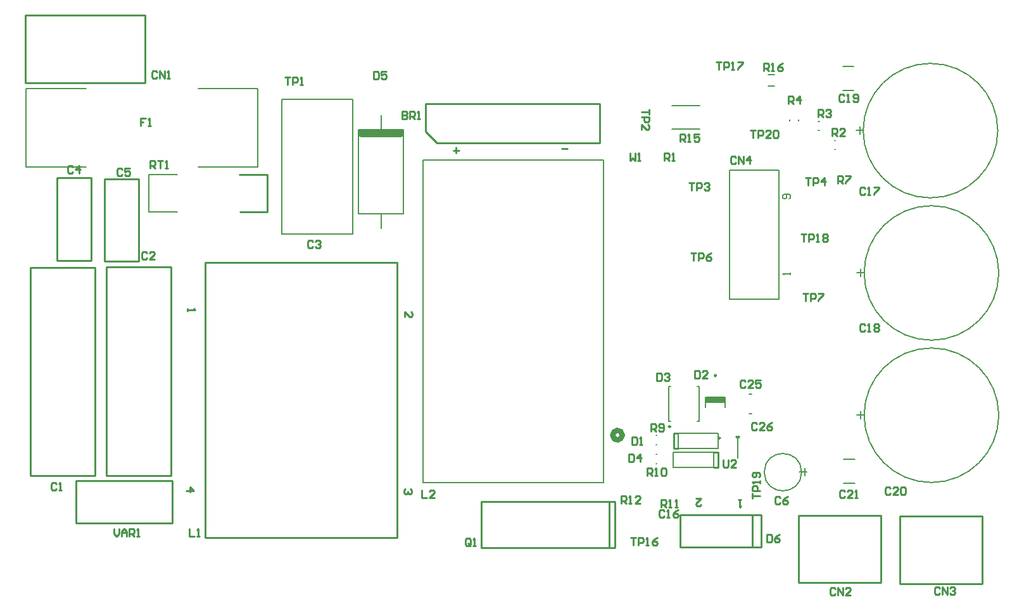
<source format=gto>
G04 Layer_Color=65535*
%FSLAX25Y25*%
%MOIN*%
G70*
G01*
G75*
%ADD82C,0.01000*%
%ADD83C,0.00787*%
%ADD84C,0.02953*%
%ADD85C,0.00984*%
%ADD86C,0.03937*%
%ADD87R,0.10236X0.03062*%
D82*
X488000Y174000D02*
G03*
X488000Y174000I-500J0D01*
G01*
X467000Y116500D02*
Y133500D01*
X509500D01*
X467000Y116500D02*
X506000D01*
X505000D02*
Y133500D01*
Y116500D02*
X509500D01*
Y133500D01*
X199000Y154138D02*
Y264000D01*
X165000Y154138D02*
Y264000D01*
X199000D01*
X165000Y154138D02*
X199000D01*
X484630Y158563D02*
X486937D01*
X487000Y158500D01*
Y166374D01*
X486937Y166437D02*
X487000Y166374D01*
X484630Y166437D02*
X486937D01*
X401375Y350000D02*
X424500D01*
X333000D02*
X358125D01*
X333000Y335500D02*
Y350000D01*
X358125D02*
X401375D01*
X424500Y329500D02*
Y350000D01*
X404500Y326500D02*
X407500D01*
X347500Y325500D02*
X350500D01*
X349000Y324000D02*
Y327000D01*
X333000Y335500D02*
X339000Y329500D01*
X424500D01*
X463563Y176437D02*
X465870D01*
X463500Y176500D02*
X463563Y176437D01*
X463500Y168626D02*
Y176500D01*
Y168626D02*
X463563Y168563D01*
X465870D01*
X125000Y154000D02*
Y263862D01*
X159000Y154000D02*
Y263862D01*
X125000Y154000D02*
X159000D01*
X125000Y263862D02*
X159000D01*
X429600Y116000D02*
Y140100D01*
X432780Y120500D02*
Y140500D01*
X362465Y120500D02*
Y140500D01*
X432780D01*
Y116000D02*
Y121400D01*
X432000Y116000D02*
X432780D01*
X362465D02*
X432000D01*
X362465D02*
Y121400D01*
X149000Y129000D02*
X199500D01*
Y151500D01*
X149000Y129000D02*
Y151500D01*
X199500D01*
X235000Y312842D02*
X249764D01*
X235157Y293158D02*
X249764D01*
Y312842D01*
X217000Y243000D02*
Y266500D01*
Y121500D02*
X318000D01*
X217000D02*
Y153000D01*
X318000Y121500D02*
Y149000D01*
Y239000D02*
Y266500D01*
X217000Y153000D02*
Y243000D01*
X318000Y149000D02*
Y239000D01*
X217000Y266500D02*
X318000D01*
X139000Y311000D02*
X157000D01*
X139000Y267500D02*
Y311000D01*
Y267500D02*
X157000D01*
Y311000D01*
X164000Y310500D02*
X182000D01*
X164000Y267000D02*
Y310500D01*
Y267000D02*
X182000D01*
Y310500D01*
X529189Y133217D02*
X572496D01*
X529189Y97783D02*
X572496D01*
X529189D02*
Y133217D01*
X572496Y97783D02*
Y133217D01*
X582689Y132717D02*
X625996D01*
X582689Y97284D02*
X625996D01*
X582689D02*
Y132717D01*
X625996Y97284D02*
Y132717D01*
X122319Y361283D02*
X185311D01*
X122319Y396716D02*
X185311D01*
Y361283D02*
Y396716D01*
X122319Y361283D02*
Y396716D01*
X507166Y181332D02*
X506499Y181999D01*
X505166D01*
X504500Y181332D01*
Y178666D01*
X505166Y178000D01*
X506499D01*
X507166Y178666D01*
X511165Y178000D02*
X508499D01*
X511165Y180666D01*
Y181332D01*
X510498Y181999D01*
X509165D01*
X508499Y181332D01*
X515163Y181999D02*
X513830Y181332D01*
X512497Y179999D01*
Y178666D01*
X513164Y178000D01*
X514497D01*
X515163Y178666D01*
Y179333D01*
X514497Y179999D01*
X512497D01*
X501166Y203832D02*
X500499Y204499D01*
X499166D01*
X498500Y203832D01*
Y201167D01*
X499166Y200500D01*
X500499D01*
X501166Y201167D01*
X505164Y200500D02*
X502499D01*
X505164Y203166D01*
Y203832D01*
X504498Y204499D01*
X503165D01*
X502499Y203832D01*
X509163Y204499D02*
X506497D01*
Y202499D01*
X507830Y203166D01*
X508497D01*
X509163Y202499D01*
Y201167D01*
X508497Y200500D01*
X507164D01*
X506497Y201167D01*
X436000Y139500D02*
Y143499D01*
X437999D01*
X438666Y142832D01*
Y141499D01*
X437999Y140833D01*
X436000D01*
X437333D02*
X438666Y139500D01*
X439999D02*
X441332D01*
X440665D01*
Y143499D01*
X439999Y142832D01*
X445997Y139500D02*
X443331D01*
X445997Y142166D01*
Y142832D01*
X445330Y143499D01*
X443997D01*
X443331Y142832D01*
X208500Y125999D02*
Y122000D01*
X211166D01*
X212499D02*
X213832D01*
X213165D01*
Y125999D01*
X212499Y125332D01*
X440700Y324299D02*
Y320300D01*
X442033Y321633D01*
X443366Y320300D01*
Y324299D01*
X444699Y320300D02*
X446032D01*
X445365D01*
Y324299D01*
X444699Y323632D01*
X169000Y125999D02*
Y123333D01*
X170333Y122000D01*
X171666Y123333D01*
Y125999D01*
X172999Y122000D02*
Y124666D01*
X174332Y125999D01*
X175664Y124666D01*
Y122000D01*
Y123999D01*
X172999D01*
X176997Y122000D02*
Y125999D01*
X178997D01*
X179663Y125332D01*
Y123999D01*
X178997Y123333D01*
X176997D01*
X178330D02*
X179663Y122000D01*
X180996D02*
X182329D01*
X181663D01*
Y125999D01*
X180996Y125332D01*
X489500Y162499D02*
Y159167D01*
X490166Y158500D01*
X491499D01*
X492166Y159167D01*
Y162499D01*
X496165Y158500D02*
X493499D01*
X496165Y161166D01*
Y161832D01*
X495498Y162499D01*
X494165D01*
X493499Y161832D01*
X504000Y335999D02*
X506666D01*
X505333D01*
Y332000D01*
X507999D02*
Y335999D01*
X509998D01*
X510665Y335332D01*
Y333999D01*
X509998Y333333D01*
X507999D01*
X514663Y332000D02*
X511997D01*
X514663Y334666D01*
Y335332D01*
X513997Y335999D01*
X512664D01*
X511997Y335332D01*
X515996D02*
X516663Y335999D01*
X517996D01*
X518662Y335332D01*
Y332666D01*
X517996Y332000D01*
X516663D01*
X515996Y332666D01*
Y335332D01*
X505001Y142000D02*
Y144666D01*
Y143333D01*
X509000D01*
Y145999D02*
X505001D01*
Y147998D01*
X505668Y148664D01*
X507001D01*
X507667Y147998D01*
Y145999D01*
X509000Y149997D02*
Y151330D01*
Y150664D01*
X505001D01*
X505668Y149997D01*
X508334Y153330D02*
X509000Y153996D01*
Y155329D01*
X508334Y155996D01*
X505668D01*
X505001Y155329D01*
Y153996D01*
X505668Y153330D01*
X506334D01*
X507001Y153996D01*
Y155996D01*
X530500Y281499D02*
X533166D01*
X531833D01*
Y277500D01*
X534499D02*
Y281499D01*
X536498D01*
X537164Y280832D01*
Y279499D01*
X536498Y278833D01*
X534499D01*
X538497Y277500D02*
X539830D01*
X539164D01*
Y281499D01*
X538497Y280832D01*
X541830D02*
X542496Y281499D01*
X543829D01*
X544495Y280832D01*
Y280166D01*
X543829Y279499D01*
X544495Y278833D01*
Y278166D01*
X543829Y277500D01*
X542496D01*
X541830Y278166D01*
Y278833D01*
X542496Y279499D01*
X541830Y280166D01*
Y280832D01*
X542496Y279499D02*
X543829D01*
X486000Y371999D02*
X488666D01*
X487333D01*
Y368000D01*
X489999D02*
Y371999D01*
X491998D01*
X492664Y371332D01*
Y369999D01*
X491998Y369333D01*
X489999D01*
X493997Y368000D02*
X495330D01*
X494664D01*
Y371999D01*
X493997Y371332D01*
X497330Y371999D02*
X499996D01*
Y371332D01*
X497330Y368666D01*
Y368000D01*
X441000Y121499D02*
X443666D01*
X442333D01*
Y117500D01*
X444999D02*
Y121499D01*
X446998D01*
X447664Y120832D01*
Y119499D01*
X446998Y118833D01*
X444999D01*
X448997Y117500D02*
X450330D01*
X449664D01*
Y121499D01*
X448997Y120832D01*
X454995Y121499D02*
X453663Y120832D01*
X452330Y119499D01*
Y118166D01*
X452996Y117500D01*
X454329D01*
X454995Y118166D01*
Y118833D01*
X454329Y119499D01*
X452330D01*
X531500Y249999D02*
X534166D01*
X532833D01*
Y246000D01*
X535499D02*
Y249999D01*
X537498D01*
X538165Y249332D01*
Y247999D01*
X537498Y247333D01*
X535499D01*
X539497Y249999D02*
X542163D01*
Y249332D01*
X539497Y246666D01*
Y246000D01*
X472600Y271399D02*
X475266D01*
X473933D01*
Y267400D01*
X476599D02*
Y271399D01*
X478598D01*
X479264Y270732D01*
Y269399D01*
X478598Y268733D01*
X476599D01*
X483263Y271399D02*
X481930Y270732D01*
X480597Y269399D01*
Y268066D01*
X481264Y267400D01*
X482597D01*
X483263Y268066D01*
Y268733D01*
X482597Y269399D01*
X480597D01*
X533030Y311028D02*
X535695D01*
X534362D01*
Y307030D01*
X537028D02*
Y311028D01*
X539028D01*
X539694Y310362D01*
Y309029D01*
X539028Y308362D01*
X537028D01*
X543026Y307030D02*
Y311028D01*
X541027Y309029D01*
X543693D01*
X471500Y308499D02*
X474166D01*
X472833D01*
Y304500D01*
X475499D02*
Y308499D01*
X477498D01*
X478164Y307832D01*
Y306499D01*
X477498Y305833D01*
X475499D01*
X479497Y307832D02*
X480164Y308499D01*
X481497D01*
X482163Y307832D01*
Y307166D01*
X481497Y306499D01*
X480830D01*
X481497D01*
X482163Y305833D01*
Y305166D01*
X481497Y304500D01*
X480164D01*
X479497Y305166D01*
X450499Y347000D02*
Y344334D01*
Y345667D01*
X446500D01*
Y343001D02*
X450499D01*
Y341002D01*
X449832Y340335D01*
X448499D01*
X447833Y341002D01*
Y343001D01*
X446500Y336337D02*
Y339003D01*
X449166Y336337D01*
X449832D01*
X450499Y337003D01*
Y338336D01*
X449832Y339003D01*
X259000Y363999D02*
X261666D01*
X260333D01*
Y360000D01*
X262999D02*
Y363999D01*
X264998D01*
X265665Y363332D01*
Y361999D01*
X264998Y361333D01*
X262999D01*
X266997Y360000D02*
X268330D01*
X267664D01*
Y363999D01*
X266997Y363332D01*
X188000Y316300D02*
Y320299D01*
X189999D01*
X190666Y319632D01*
Y318299D01*
X189999Y317633D01*
X188000D01*
X189333D02*
X190666Y316300D01*
X191999Y320299D02*
X194665D01*
X193332D01*
Y316300D01*
X195997D02*
X197330D01*
X196664D01*
Y320299D01*
X195997Y319632D01*
X511000Y367500D02*
Y371499D01*
X512999D01*
X513666Y370832D01*
Y369499D01*
X512999Y368833D01*
X511000D01*
X512333D02*
X513666Y367500D01*
X514999D02*
X516332D01*
X515665D01*
Y371499D01*
X514999Y370832D01*
X520997Y371499D02*
X519664Y370832D01*
X518331Y369499D01*
Y368166D01*
X518997Y367500D01*
X520330D01*
X520997Y368166D01*
Y368833D01*
X520330Y369499D01*
X518331D01*
X467000Y330000D02*
Y333999D01*
X468999D01*
X469666Y333332D01*
Y331999D01*
X468999Y331333D01*
X467000D01*
X468333D02*
X469666Y330000D01*
X470999D02*
X472332D01*
X471665D01*
Y333999D01*
X470999Y333332D01*
X476997Y333999D02*
X474331D01*
Y331999D01*
X475664Y332666D01*
X476330D01*
X476997Y331999D01*
Y330666D01*
X476330Y330000D01*
X474997D01*
X474331Y330666D01*
X457000Y137500D02*
Y141499D01*
X458999D01*
X459666Y140832D01*
Y139499D01*
X458999Y138833D01*
X457000D01*
X458333D02*
X459666Y137500D01*
X460999D02*
X462332D01*
X461665D01*
Y141499D01*
X460999Y140832D01*
X464331Y137500D02*
X465664D01*
X464997D01*
Y141499D01*
X464331Y140832D01*
X449500Y154000D02*
Y157999D01*
X451499D01*
X452166Y157332D01*
Y155999D01*
X451499Y155333D01*
X449500D01*
X450833D02*
X452166Y154000D01*
X453499D02*
X454832D01*
X454165D01*
Y157999D01*
X453499Y157332D01*
X456831D02*
X457497Y157999D01*
X458830D01*
X459497Y157332D01*
Y154666D01*
X458830Y154000D01*
X457497D01*
X456831Y154666D01*
Y157332D01*
X451500Y177500D02*
Y181499D01*
X453499D01*
X454166Y180832D01*
Y179499D01*
X453499Y178833D01*
X451500D01*
X452833D02*
X454166Y177500D01*
X455499Y178166D02*
X456165Y177500D01*
X457498D01*
X458165Y178166D01*
Y180832D01*
X457498Y181499D01*
X456165D01*
X455499Y180832D01*
Y180166D01*
X456165Y179499D01*
X458165D01*
X550000Y308000D02*
Y311999D01*
X551999D01*
X552666Y311332D01*
Y309999D01*
X551999Y309333D01*
X550000D01*
X551333D02*
X552666Y308000D01*
X553999Y311999D02*
X556665D01*
Y311332D01*
X553999Y308666D01*
Y308000D01*
X524000Y350000D02*
Y353999D01*
X525999D01*
X526666Y353332D01*
Y351999D01*
X525999Y351333D01*
X524000D01*
X525333D02*
X526666Y350000D01*
X529998D02*
Y353999D01*
X527999Y351999D01*
X530664D01*
X539500Y343000D02*
Y346999D01*
X541499D01*
X542166Y346332D01*
Y344999D01*
X541499Y344333D01*
X539500D01*
X540833D02*
X542166Y343000D01*
X543499Y346332D02*
X544165Y346999D01*
X545498D01*
X546165Y346332D01*
Y345666D01*
X545498Y344999D01*
X544832D01*
X545498D01*
X546165Y344333D01*
Y343666D01*
X545498Y343000D01*
X544165D01*
X543499Y343666D01*
X547000Y333000D02*
Y336999D01*
X548999D01*
X549666Y336332D01*
Y334999D01*
X548999Y334333D01*
X547000D01*
X548333D02*
X549666Y333000D01*
X553664D02*
X550999D01*
X553664Y335666D01*
Y336332D01*
X552998Y336999D01*
X551665D01*
X550999Y336332D01*
X458500Y320000D02*
Y323999D01*
X460499D01*
X461166Y323332D01*
Y321999D01*
X460499Y321333D01*
X458500D01*
X459833D02*
X461166Y320000D01*
X462499D02*
X463832D01*
X463165D01*
Y323999D01*
X462499Y323332D01*
X356666Y117666D02*
Y120332D01*
X355999Y120999D01*
X354666D01*
X354000Y120332D01*
Y117666D01*
X354666Y117000D01*
X355999D01*
X355333Y118333D02*
X356666Y117000D01*
X355999D02*
X356666Y117666D01*
X357999Y117000D02*
X359332D01*
X358665D01*
Y120999D01*
X357999Y120332D01*
X331000Y146499D02*
Y142500D01*
X333666D01*
X337665D02*
X334999D01*
X337665Y145166D01*
Y145832D01*
X336998Y146499D01*
X335665D01*
X334999Y145832D01*
X185666Y342499D02*
X183000D01*
Y340499D01*
X184333D01*
X183000D01*
Y338500D01*
X186999D02*
X188332D01*
X187665D01*
Y342499D01*
X186999Y341832D01*
X512500Y122999D02*
Y119000D01*
X514499D01*
X515166Y119667D01*
Y122332D01*
X514499Y122999D01*
X512500D01*
X519165D02*
X517832Y122332D01*
X516499Y120999D01*
Y119667D01*
X517165Y119000D01*
X518498D01*
X519165Y119667D01*
Y120333D01*
X518498Y120999D01*
X516499D01*
X305500Y366999D02*
Y363000D01*
X307499D01*
X308166Y363666D01*
Y366332D01*
X307499Y366999D01*
X305500D01*
X312164D02*
X309499D01*
Y364999D01*
X310832Y365666D01*
X311498D01*
X312164Y364999D01*
Y363666D01*
X311498Y363000D01*
X310165D01*
X309499Y363666D01*
X440000Y165499D02*
Y161500D01*
X441999D01*
X442666Y162167D01*
Y164832D01*
X441999Y165499D01*
X440000D01*
X445998Y161500D02*
Y165499D01*
X443999Y163499D01*
X446664D01*
X454500Y207999D02*
Y204000D01*
X456499D01*
X457166Y204666D01*
Y207332D01*
X456499Y207999D01*
X454500D01*
X458499Y207332D02*
X459165Y207999D01*
X460498D01*
X461165Y207332D01*
Y206666D01*
X460498Y205999D01*
X459832D01*
X460498D01*
X461165Y205333D01*
Y204666D01*
X460498Y204000D01*
X459165D01*
X458499Y204666D01*
X474500Y209499D02*
Y205500D01*
X476499D01*
X477166Y206166D01*
Y208832D01*
X476499Y209499D01*
X474500D01*
X481165Y205500D02*
X478499D01*
X481165Y208166D01*
Y208832D01*
X480498Y209499D01*
X479165D01*
X478499Y208832D01*
X441500Y174499D02*
Y170500D01*
X443499D01*
X444166Y171167D01*
Y173832D01*
X443499Y174499D01*
X441500D01*
X445499Y170500D02*
X446832D01*
X446165D01*
Y174499D01*
X445499Y173832D01*
X496266Y321732D02*
X495599Y322399D01*
X494266D01*
X493600Y321732D01*
Y319066D01*
X494266Y318400D01*
X495599D01*
X496266Y319066D01*
X497599Y318400D02*
Y322399D01*
X500265Y318400D01*
Y322399D01*
X503597Y318400D02*
Y322399D01*
X501597Y320399D01*
X504263D01*
X603666Y94832D02*
X602999Y95499D01*
X601666D01*
X601000Y94832D01*
Y92166D01*
X601666Y91500D01*
X602999D01*
X603666Y92166D01*
X604999Y91500D02*
Y95499D01*
X607664Y91500D01*
Y95499D01*
X608997Y94832D02*
X609664Y95499D01*
X610997D01*
X611663Y94832D01*
Y94166D01*
X610997Y93499D01*
X610330D01*
X610997D01*
X611663Y92833D01*
Y92166D01*
X610997Y91500D01*
X609664D01*
X608997Y92166D01*
X548666Y94332D02*
X547999Y94999D01*
X546666D01*
X546000Y94332D01*
Y91666D01*
X546666Y91000D01*
X547999D01*
X548666Y91666D01*
X549999Y91000D02*
Y94999D01*
X552665Y91000D01*
Y94999D01*
X556663Y91000D02*
X553997D01*
X556663Y93666D01*
Y94332D01*
X555997Y94999D01*
X554664D01*
X553997Y94332D01*
X191666Y366832D02*
X190999Y367499D01*
X189666D01*
X189000Y366832D01*
Y364166D01*
X189666Y363500D01*
X190999D01*
X191666Y364166D01*
X192999Y363500D02*
Y367499D01*
X195665Y363500D01*
Y367499D01*
X196997Y363500D02*
X198330D01*
X197664D01*
Y367499D01*
X196997Y366832D01*
X553666Y145832D02*
X552999Y146499D01*
X551666D01*
X551000Y145832D01*
Y143166D01*
X551666Y142500D01*
X552999D01*
X553666Y143166D01*
X557664Y142500D02*
X554999D01*
X557664Y145166D01*
Y145832D01*
X556998Y146499D01*
X555665D01*
X554999Y145832D01*
X558997Y142500D02*
X560330D01*
X559664D01*
Y146499D01*
X558997Y145832D01*
X577666Y147332D02*
X576999Y147999D01*
X575666D01*
X575000Y147332D01*
Y144667D01*
X575666Y144000D01*
X576999D01*
X577666Y144667D01*
X581665Y144000D02*
X578999D01*
X581665Y146666D01*
Y147332D01*
X580998Y147999D01*
X579665D01*
X578999Y147332D01*
X582997D02*
X583664Y147999D01*
X584997D01*
X585663Y147332D01*
Y144667D01*
X584997Y144000D01*
X583664D01*
X582997Y144667D01*
Y147332D01*
X553166Y354332D02*
X552499Y354999D01*
X551166D01*
X550500Y354332D01*
Y351666D01*
X551166Y351000D01*
X552499D01*
X553166Y351666D01*
X554499Y351000D02*
X555832D01*
X555165D01*
Y354999D01*
X554499Y354332D01*
X557831Y351666D02*
X558497Y351000D01*
X559830D01*
X560497Y351666D01*
Y354332D01*
X559830Y354999D01*
X558497D01*
X557831Y354332D01*
Y353666D01*
X558497Y352999D01*
X560497D01*
X564166Y233332D02*
X563499Y233999D01*
X562166D01*
X561500Y233332D01*
Y230666D01*
X562166Y230000D01*
X563499D01*
X564166Y230666D01*
X565499Y230000D02*
X566832D01*
X566165D01*
Y233999D01*
X565499Y233332D01*
X568831D02*
X569497Y233999D01*
X570830D01*
X571497Y233332D01*
Y232666D01*
X570830Y231999D01*
X571497Y231333D01*
Y230666D01*
X570830Y230000D01*
X569497D01*
X568831Y230666D01*
Y231333D01*
X569497Y231999D01*
X568831Y232666D01*
Y233332D01*
X569497Y231999D02*
X570830D01*
X564166Y305332D02*
X563499Y305999D01*
X562166D01*
X561500Y305332D01*
Y302666D01*
X562166Y302000D01*
X563499D01*
X564166Y302666D01*
X565499Y302000D02*
X566832D01*
X566165D01*
Y305999D01*
X565499Y305332D01*
X568831Y305999D02*
X571497D01*
Y305332D01*
X568831Y302666D01*
Y302000D01*
X458666Y135332D02*
X457999Y135999D01*
X456666D01*
X456000Y135332D01*
Y132667D01*
X456666Y132000D01*
X457999D01*
X458666Y132667D01*
X459999Y132000D02*
X461332D01*
X460665D01*
Y135999D01*
X459999Y135332D01*
X465997Y135999D02*
X464664Y135332D01*
X463331Y133999D01*
Y132667D01*
X463997Y132000D01*
X465330D01*
X465997Y132667D01*
Y133333D01*
X465330Y133999D01*
X463331D01*
X519666Y142332D02*
X518999Y142999D01*
X517666D01*
X517000Y142332D01*
Y139666D01*
X517666Y139000D01*
X518999D01*
X519666Y139666D01*
X523665Y142999D02*
X522332Y142332D01*
X520999Y140999D01*
Y139666D01*
X521665Y139000D01*
X522998D01*
X523665Y139666D01*
Y140333D01*
X522998Y140999D01*
X520999D01*
X173166Y315332D02*
X172499Y315999D01*
X171167D01*
X170500Y315332D01*
Y312666D01*
X171167Y312000D01*
X172499D01*
X173166Y312666D01*
X177164Y315999D02*
X174499D01*
Y313999D01*
X175832Y314666D01*
X176498D01*
X177164Y313999D01*
Y312666D01*
X176498Y312000D01*
X175165D01*
X174499Y312666D01*
X147166Y316832D02*
X146499Y317499D01*
X145167D01*
X144500Y316832D01*
Y314166D01*
X145167Y313500D01*
X146499D01*
X147166Y314166D01*
X150498Y313500D02*
Y317499D01*
X148499Y315499D01*
X151164D01*
X273666Y277332D02*
X272999Y277999D01*
X271666D01*
X271000Y277332D01*
Y274666D01*
X271666Y274000D01*
X272999D01*
X273666Y274666D01*
X274999Y277332D02*
X275665Y277999D01*
X276998D01*
X277664Y277332D01*
Y276666D01*
X276998Y275999D01*
X276332D01*
X276998D01*
X277664Y275333D01*
Y274666D01*
X276998Y274000D01*
X275665D01*
X274999Y274666D01*
X186166Y271332D02*
X185499Y271999D01*
X184167D01*
X183500Y271332D01*
Y268666D01*
X184167Y268000D01*
X185499D01*
X186166Y268666D01*
X190164Y268000D02*
X187499D01*
X190164Y270666D01*
Y271332D01*
X189498Y271999D01*
X188165D01*
X187499Y271332D01*
X138666Y149832D02*
X137999Y150499D01*
X136667D01*
X136000Y149832D01*
Y147167D01*
X136667Y146500D01*
X137999D01*
X138666Y147167D01*
X139999Y146500D02*
X141332D01*
X140665D01*
Y150499D01*
X139999Y149832D01*
X320500Y345999D02*
Y342000D01*
X322499D01*
X323166Y342666D01*
Y343333D01*
X322499Y343999D01*
X320500D01*
X322499D01*
X323166Y344666D01*
Y345332D01*
X322499Y345999D01*
X320500D01*
X324499Y342000D02*
Y345999D01*
X326498D01*
X327165Y345332D01*
Y343999D01*
X326498Y343333D01*
X324499D01*
X325832D02*
X327165Y342000D01*
X328497D02*
X329830D01*
X329164D01*
Y345999D01*
X328497Y345332D01*
X475334Y142000D02*
X478000D01*
X475334Y139334D01*
Y138668D01*
X476001Y138001D01*
X477334D01*
X478000Y138668D01*
X499000Y141500D02*
X497667D01*
X498334D01*
Y137501D01*
X499000Y138168D01*
X322000Y237834D02*
Y240500D01*
X324666Y237834D01*
X325332D01*
X325999Y238501D01*
Y239834D01*
X325332Y240500D01*
X324832Y147000D02*
X325499Y146334D01*
Y145001D01*
X324832Y144334D01*
X324166D01*
X323499Y145001D01*
Y145667D01*
Y145001D01*
X322833Y144334D01*
X322166D01*
X321500Y145001D01*
Y146334D01*
X322166Y147000D01*
X207000Y146001D02*
X210999D01*
X208999Y148000D01*
Y145334D01*
X207500Y242000D02*
Y240667D01*
Y241334D01*
X211499D01*
X210832Y242000D01*
D83*
X496380Y174870D02*
G03*
X498250Y174870I935J0D01*
G01*
X634189Y336000D02*
G03*
X634189Y336000I-35433J0D01*
G01*
X634689Y186000D02*
G03*
X634689Y186000I-35433J0D01*
G01*
Y261000D02*
G03*
X634689Y261000I-35433J0D01*
G01*
X530921Y156000D02*
G03*
X530921Y156000I-9843J0D01*
G01*
X497354Y163650D02*
Y174870D01*
X497276Y163650D02*
X497354D01*
X497276D02*
Y174870D01*
X498250D01*
X496380D02*
X497354D01*
X426500Y295500D02*
Y320500D01*
X414000D02*
X426500D01*
X331500D02*
X344000D01*
X331500Y150500D02*
Y320500D01*
Y150500D02*
X344000D01*
X426500D02*
Y295500D01*
X414000Y150500D02*
X426500D01*
X344000Y320500D02*
X414000D01*
X344000Y150500D02*
X414000D01*
X493000Y247000D02*
X519000D01*
X493000Y315000D02*
X519000D01*
Y247000D02*
Y315000D01*
X493000Y247000D02*
Y315000D01*
X552547Y369996D02*
X558453D01*
X552547Y357004D02*
X558453D01*
X548303Y330862D02*
X548697D01*
X548303Y326138D02*
X548697D01*
X463370Y162500D02*
Y166437D01*
X484630D01*
Y158563D02*
Y166437D01*
X463370Y158563D02*
X484630D01*
X463370D02*
Y162500D01*
X559500Y336000D02*
X563500D01*
X561500Y334000D02*
Y338000D01*
X560000Y186000D02*
X564000D01*
X562000Y184000D02*
Y188000D01*
X454303Y175362D02*
X454697D01*
X454303Y170638D02*
X454697D01*
X539803Y340862D02*
X540197D01*
X539803Y336138D02*
X540197D01*
X487130Y168563D02*
Y172500D01*
X465870Y168563D02*
X487130D01*
X465870D02*
Y176437D01*
X487130D01*
Y172500D02*
Y176437D01*
X553047Y162996D02*
X558953D01*
X553047Y150004D02*
X558953D01*
X454303Y165362D02*
X454697D01*
X454303Y160638D02*
X454697D01*
X560000Y261000D02*
X564000D01*
X562000Y259000D02*
Y263000D01*
X187441Y293200D02*
Y312842D01*
X202343D01*
X187441Y293200D02*
X187484Y293158D01*
X202343D01*
X529362Y341303D02*
Y341697D01*
X524638Y341303D02*
Y341697D01*
X257299Y281500D02*
X294701D01*
Y352500D01*
X257299D02*
X294701D01*
X257299Y286500D02*
Y352500D01*
Y281500D02*
Y286500D01*
X297689Y292323D02*
X309500D01*
X297689D02*
Y336417D01*
X321311D01*
Y292323D02*
Y336417D01*
X309500Y292323D02*
X321311D01*
X309500Y336417D02*
Y344094D01*
Y284646D02*
Y292323D01*
X475974Y201055D02*
X476874D01*
X475974Y182945D02*
X476874D01*
X461126Y201055D02*
X462026D01*
X461126Y182945D02*
X462026D01*
X476874D02*
Y201055D01*
X461126Y182945D02*
Y201055D01*
X490618Y190102D02*
Y195362D01*
X490618Y195362D02*
X490618Y195362D01*
X480382Y190102D02*
Y195362D01*
X490618D01*
X532500Y154000D02*
Y158000D01*
X529618Y156000D02*
X533618D01*
X462716Y336898D02*
X477283D01*
X462716Y349102D02*
X477283D01*
X513228Y365551D02*
X516772D01*
X513228Y359449D02*
X516772D01*
X122689Y325935D02*
Y333563D01*
Y316831D02*
Y322490D01*
X213240Y316831D02*
X244736D01*
Y345374D01*
Y358169D01*
X213240D02*
X244736D01*
X122689D02*
X127610D01*
X154185D01*
X122689Y316831D02*
X154185D01*
X122689Y322490D02*
Y325935D01*
Y333563D02*
Y358169D01*
X503409Y186784D02*
X504591D01*
X503409Y197216D02*
X504591D01*
X525000Y260000D02*
Y261312D01*
Y260656D01*
X521064D01*
X521720Y260000D01*
X524344Y300000D02*
X525000Y300656D01*
Y301968D01*
X524344Y302624D01*
X521720D01*
X521064Y301968D01*
Y300656D01*
X521720Y300000D01*
X522376D01*
X523032Y300656D01*
Y302624D01*
D84*
X436500Y175500D02*
G03*
X436500Y175500I-2500J0D01*
G01*
D85*
X461927Y180034D02*
G03*
X461927Y180034I-492J0D01*
G01*
X485992Y206976D02*
G03*
X485992Y206976I-492J0D01*
G01*
D86*
X299400Y334644D02*
X319511D01*
D87*
X485498Y193740D02*
D03*
M02*

</source>
